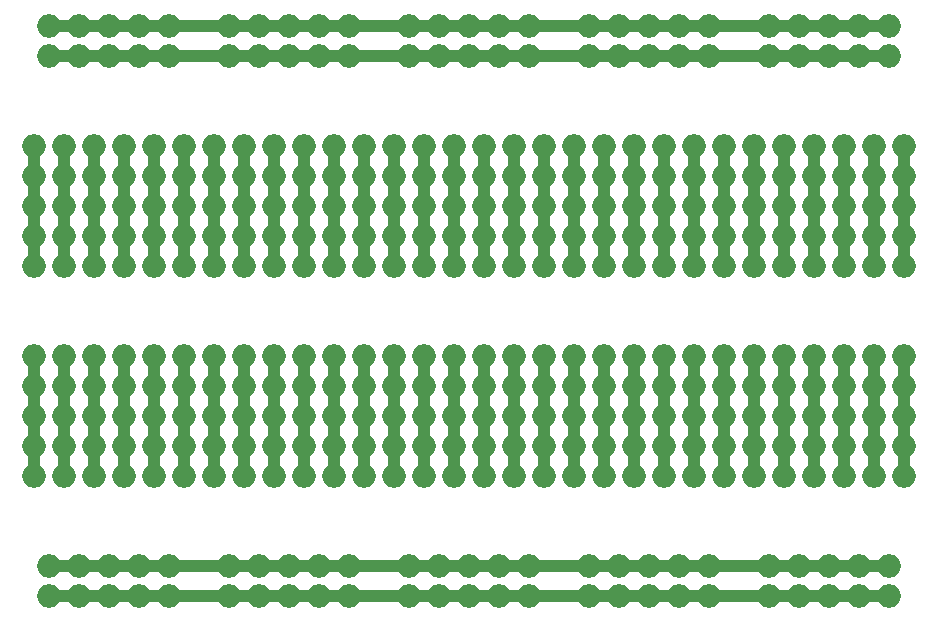
<source format=gbr>
G04 #@! TF.GenerationSoftware,KiCad,Pcbnew,(5.1.4)-1*
G04 #@! TF.CreationDate,2020-10-12T21:25:16+02:00*
G04 #@! TF.ProjectId,BreadBoard PCB 400,42726561-6442-46f6-9172-642050434220,rev?*
G04 #@! TF.SameCoordinates,Original*
G04 #@! TF.FileFunction,Copper,L1,Top*
G04 #@! TF.FilePolarity,Positive*
%FSLAX46Y46*%
G04 Gerber Fmt 4.6, Leading zero omitted, Abs format (unit mm)*
G04 Created by KiCad (PCBNEW (5.1.4)-1) date 2020-10-12 21:25:16*
%MOMM*%
%LPD*%
G04 APERTURE LIST*
%ADD10O,2.000000X2.000000*%
%ADD11C,1.000000*%
G04 APERTURE END LIST*
D10*
X115570000Y-129540000D03*
X118110000Y-129540000D03*
X120650000Y-129540000D03*
X123190000Y-129540000D03*
X125730000Y-129540000D03*
X125730000Y-132080000D03*
X123190000Y-132080000D03*
X120650000Y-132080000D03*
X118110000Y-132080000D03*
X115570000Y-132080000D03*
X95250000Y-132080000D03*
X92710000Y-132080000D03*
X90170000Y-132080000D03*
X87630000Y-132080000D03*
X85090000Y-132080000D03*
X85090000Y-129540000D03*
X87630000Y-129540000D03*
X90170000Y-129540000D03*
X92710000Y-129540000D03*
X95250000Y-129540000D03*
X100330000Y-132080000D03*
X102870000Y-132080000D03*
X105410000Y-132080000D03*
X107950000Y-132080000D03*
X110490000Y-132080000D03*
X110490000Y-129540000D03*
X107950000Y-129540000D03*
X105410000Y-129540000D03*
X102870000Y-129540000D03*
X100330000Y-129540000D03*
X54610000Y-129540000D03*
X57150000Y-129540000D03*
X59690000Y-129540000D03*
X62230000Y-129540000D03*
X64770000Y-129540000D03*
X64770000Y-132080000D03*
X62230000Y-132080000D03*
X59690000Y-132080000D03*
X57150000Y-132080000D03*
X54610000Y-132080000D03*
X80010000Y-129540000D03*
X77470000Y-129540000D03*
X74930000Y-129540000D03*
X72390000Y-129540000D03*
X69850000Y-129540000D03*
X69850000Y-132080000D03*
X72390000Y-132080000D03*
X74930000Y-132080000D03*
X77470000Y-132080000D03*
X80010000Y-132080000D03*
X115570000Y-86360000D03*
X118110000Y-86360000D03*
X120650000Y-86360000D03*
X123190000Y-86360000D03*
X125730000Y-86360000D03*
X125730000Y-83820000D03*
X123190000Y-83820000D03*
X120650000Y-83820000D03*
X118110000Y-83820000D03*
X115570000Y-83820000D03*
X110490000Y-86360000D03*
X107950000Y-86360000D03*
X105410000Y-86360000D03*
X102870000Y-86360000D03*
X100330000Y-86360000D03*
X100330000Y-83820000D03*
X102870000Y-83820000D03*
X105410000Y-83820000D03*
X107950000Y-83820000D03*
X110490000Y-83820000D03*
X95250000Y-83820000D03*
X92710000Y-83820000D03*
X90170000Y-83820000D03*
X87630000Y-83820000D03*
X85090000Y-83820000D03*
X85090000Y-86360000D03*
X87630000Y-86360000D03*
X90170000Y-86360000D03*
X92710000Y-86360000D03*
X95250000Y-86360000D03*
X69850000Y-83820000D03*
X72390000Y-83820000D03*
X74930000Y-83820000D03*
X77470000Y-83820000D03*
X80010000Y-83820000D03*
X80010000Y-86360000D03*
X77470000Y-86360000D03*
X74930000Y-86360000D03*
X72390000Y-86360000D03*
X69850000Y-86360000D03*
X54610000Y-86360000D03*
X57150000Y-86360000D03*
X59690000Y-86360000D03*
X62230000Y-86360000D03*
X64770000Y-86360000D03*
X64770000Y-83820000D03*
X62230000Y-83820000D03*
X59690000Y-83820000D03*
X57150000Y-83820000D03*
X54610000Y-83820000D03*
X127000000Y-111760000D03*
X127000000Y-114300000D03*
X127000000Y-116840000D03*
X127000000Y-119380000D03*
X127000000Y-121920000D03*
X58420000Y-121920000D03*
X58420000Y-119380000D03*
X58420000Y-116840000D03*
X58420000Y-114300000D03*
X58420000Y-111760000D03*
X60960000Y-111760000D03*
X60960000Y-114300000D03*
X60960000Y-116840000D03*
X60960000Y-119380000D03*
X60960000Y-121920000D03*
X55880000Y-111760000D03*
X55880000Y-114300000D03*
X55880000Y-116840000D03*
X55880000Y-119380000D03*
X55880000Y-121920000D03*
X53340000Y-121920000D03*
X53340000Y-119380000D03*
X53340000Y-116840000D03*
X53340000Y-114300000D03*
X53340000Y-111760000D03*
X106680000Y-121920000D03*
X106680000Y-119380000D03*
X106680000Y-116840000D03*
X106680000Y-114300000D03*
X106680000Y-111760000D03*
X124460000Y-121920000D03*
X124460000Y-119380000D03*
X124460000Y-116840000D03*
X124460000Y-114300000D03*
X124460000Y-111760000D03*
X99060000Y-121920000D03*
X99060000Y-119380000D03*
X99060000Y-116840000D03*
X99060000Y-114300000D03*
X99060000Y-111760000D03*
X121920000Y-121920000D03*
X121920000Y-119380000D03*
X121920000Y-116840000D03*
X121920000Y-114300000D03*
X121920000Y-111760000D03*
X101600000Y-121920000D03*
X101600000Y-119380000D03*
X101600000Y-116840000D03*
X101600000Y-114300000D03*
X101600000Y-111760000D03*
X119380000Y-121920000D03*
X119380000Y-119380000D03*
X119380000Y-116840000D03*
X119380000Y-114300000D03*
X119380000Y-111760000D03*
X116840000Y-121920000D03*
X116840000Y-119380000D03*
X116840000Y-116840000D03*
X116840000Y-114300000D03*
X116840000Y-111760000D03*
X114300000Y-121920000D03*
X114300000Y-119380000D03*
X114300000Y-116840000D03*
X114300000Y-114300000D03*
X114300000Y-111760000D03*
X96520000Y-121920000D03*
X96520000Y-119380000D03*
X96520000Y-116840000D03*
X96520000Y-114300000D03*
X96520000Y-111760000D03*
X111760000Y-121920000D03*
X111760000Y-119380000D03*
X111760000Y-116840000D03*
X111760000Y-114300000D03*
X111760000Y-111760000D03*
X109220000Y-121920000D03*
X109220000Y-119380000D03*
X109220000Y-116840000D03*
X109220000Y-114300000D03*
X109220000Y-111760000D03*
X104140000Y-121920000D03*
X104140000Y-119380000D03*
X104140000Y-116840000D03*
X104140000Y-114300000D03*
X104140000Y-111760000D03*
X93980000Y-121920000D03*
X93980000Y-119380000D03*
X93980000Y-116840000D03*
X93980000Y-114300000D03*
X93980000Y-111760000D03*
X91440000Y-121920000D03*
X91440000Y-119380000D03*
X91440000Y-116840000D03*
X91440000Y-114300000D03*
X91440000Y-111760000D03*
X86360000Y-121920000D03*
X86360000Y-119380000D03*
X86360000Y-116840000D03*
X86360000Y-114300000D03*
X86360000Y-111760000D03*
X83820000Y-121920000D03*
X83820000Y-119380000D03*
X83820000Y-116840000D03*
X83820000Y-114300000D03*
X83820000Y-111760000D03*
X81280000Y-121920000D03*
X81280000Y-119380000D03*
X81280000Y-116840000D03*
X81280000Y-114300000D03*
X81280000Y-111760000D03*
X78740000Y-121920000D03*
X78740000Y-119380000D03*
X78740000Y-116840000D03*
X78740000Y-114300000D03*
X78740000Y-111760000D03*
X76200000Y-121920000D03*
X76200000Y-119380000D03*
X76200000Y-116840000D03*
X76200000Y-114300000D03*
X76200000Y-111760000D03*
X73660000Y-121920000D03*
X73660000Y-119380000D03*
X73660000Y-116840000D03*
X73660000Y-114300000D03*
X73660000Y-111760000D03*
X68580000Y-121920000D03*
X68580000Y-119380000D03*
X68580000Y-116840000D03*
X68580000Y-114300000D03*
X68580000Y-111760000D03*
X66040000Y-121920000D03*
X66040000Y-119380000D03*
X66040000Y-116840000D03*
X66040000Y-114300000D03*
X66040000Y-111760000D03*
X71120000Y-121920000D03*
X71120000Y-119380000D03*
X71120000Y-116840000D03*
X71120000Y-114300000D03*
X71120000Y-111760000D03*
X88900000Y-121920000D03*
X88900000Y-119380000D03*
X88900000Y-116840000D03*
X88900000Y-114300000D03*
X88900000Y-111760000D03*
X63500000Y-121920000D03*
X63500000Y-119380000D03*
X63500000Y-116840000D03*
X63500000Y-114300000D03*
X63500000Y-111760000D03*
X127000000Y-104140000D03*
X127000000Y-101600000D03*
X127000000Y-99060000D03*
X127000000Y-96520000D03*
X127000000Y-93980000D03*
X124460000Y-93980000D03*
X124460000Y-96520000D03*
X124460000Y-99060000D03*
X124460000Y-101600000D03*
X124460000Y-104140000D03*
X121920000Y-93980000D03*
X121920000Y-96520000D03*
X121920000Y-99060000D03*
X121920000Y-101600000D03*
X121920000Y-104140000D03*
X119380000Y-93980000D03*
X119380000Y-96520000D03*
X119380000Y-99060000D03*
X119380000Y-101600000D03*
X119380000Y-104140000D03*
X116840000Y-93980000D03*
X116840000Y-96520000D03*
X116840000Y-99060000D03*
X116840000Y-101600000D03*
X116840000Y-104140000D03*
X114300000Y-93980000D03*
X114300000Y-96520000D03*
X114300000Y-99060000D03*
X114300000Y-101600000D03*
X114300000Y-104140000D03*
X111760000Y-93980000D03*
X111760000Y-96520000D03*
X111760000Y-99060000D03*
X111760000Y-101600000D03*
X111760000Y-104140000D03*
X109220000Y-93980000D03*
X109220000Y-96520000D03*
X109220000Y-99060000D03*
X109220000Y-101600000D03*
X109220000Y-104140000D03*
X106680000Y-93980000D03*
X106680000Y-96520000D03*
X106680000Y-99060000D03*
X106680000Y-101600000D03*
X106680000Y-104140000D03*
X104140000Y-93980000D03*
X104140000Y-96520000D03*
X104140000Y-99060000D03*
X104140000Y-101600000D03*
X104140000Y-104140000D03*
X101600000Y-93980000D03*
X101600000Y-96520000D03*
X101600000Y-99060000D03*
X101600000Y-101600000D03*
X101600000Y-104140000D03*
X99060000Y-93980000D03*
X99060000Y-96520000D03*
X99060000Y-99060000D03*
X99060000Y-101600000D03*
X99060000Y-104140000D03*
X96520000Y-93980000D03*
X96520000Y-96520000D03*
X96520000Y-99060000D03*
X96520000Y-101600000D03*
X96520000Y-104140000D03*
X93980000Y-93980000D03*
X93980000Y-96520000D03*
X93980000Y-99060000D03*
X93980000Y-101600000D03*
X93980000Y-104140000D03*
X91440000Y-93980000D03*
X91440000Y-96520000D03*
X91440000Y-99060000D03*
X91440000Y-101600000D03*
X91440000Y-104140000D03*
X88900000Y-93980000D03*
X88900000Y-96520000D03*
X88900000Y-99060000D03*
X88900000Y-101600000D03*
X88900000Y-104140000D03*
X86360000Y-93980000D03*
X86360000Y-96520000D03*
X86360000Y-99060000D03*
X86360000Y-101600000D03*
X86360000Y-104140000D03*
X83820000Y-93980000D03*
X83820000Y-96520000D03*
X83820000Y-99060000D03*
X83820000Y-101600000D03*
X83820000Y-104140000D03*
X81280000Y-93980000D03*
X81280000Y-96520000D03*
X81280000Y-99060000D03*
X81280000Y-101600000D03*
X81280000Y-104140000D03*
X78740000Y-93980000D03*
X78740000Y-96520000D03*
X78740000Y-99060000D03*
X78740000Y-101600000D03*
X78740000Y-104140000D03*
X76200000Y-93980000D03*
X76200000Y-96520000D03*
X76200000Y-99060000D03*
X76200000Y-101600000D03*
X76200000Y-104140000D03*
X73660000Y-93980000D03*
X73660000Y-96520000D03*
X73660000Y-99060000D03*
X73660000Y-101600000D03*
X73660000Y-104140000D03*
X71120000Y-93980000D03*
X71120000Y-96520000D03*
X71120000Y-99060000D03*
X71120000Y-101600000D03*
X71120000Y-104140000D03*
X68580000Y-93980000D03*
X68580000Y-96520000D03*
X68580000Y-99060000D03*
X68580000Y-101600000D03*
X68580000Y-104140000D03*
X66040000Y-93980000D03*
X66040000Y-96520000D03*
X66040000Y-99060000D03*
X66040000Y-101600000D03*
X66040000Y-104140000D03*
X63500000Y-93980000D03*
X63500000Y-96520000D03*
X63500000Y-99060000D03*
X63500000Y-101600000D03*
X63500000Y-104140000D03*
X60960000Y-104140000D03*
X60960000Y-101600000D03*
X60960000Y-99060000D03*
X60960000Y-96520000D03*
X60960000Y-93980000D03*
X58420000Y-93980000D03*
X58420000Y-96520000D03*
X58420000Y-99060000D03*
X58420000Y-101600000D03*
X58420000Y-104140000D03*
X55880000Y-104140000D03*
X55880000Y-101600000D03*
X55880000Y-99060000D03*
X55880000Y-96520000D03*
X55880000Y-93980000D03*
X53340000Y-93980000D03*
X53340000Y-96520000D03*
X53340000Y-99060000D03*
X53340000Y-101600000D03*
X53340000Y-104140000D03*
D11*
X53340000Y-93980000D02*
X53340000Y-104140000D01*
X54610000Y-83820000D02*
X125730000Y-83820000D01*
X125730000Y-86360000D02*
X54610000Y-86360000D01*
X55880000Y-93980000D02*
X55880000Y-104140000D01*
X58420000Y-93980000D02*
X58420000Y-104140000D01*
X60960000Y-93980000D02*
X60960000Y-104140000D01*
X63500000Y-93980000D02*
X63500000Y-104140000D01*
X66040000Y-93980000D02*
X66040000Y-104140000D01*
X68580000Y-93980000D02*
X68580000Y-104140000D01*
X71120000Y-93980000D02*
X71120000Y-104140000D01*
X73660000Y-93980000D02*
X73660000Y-104140000D01*
X76200000Y-93980000D02*
X76200000Y-104140000D01*
X78740000Y-93980000D02*
X78740000Y-104140000D01*
X81280000Y-93980000D02*
X81280000Y-104140000D01*
X83820000Y-93980000D02*
X83820000Y-104140000D01*
X86360000Y-93980000D02*
X86360000Y-104140000D01*
X88900000Y-93980000D02*
X88900000Y-104140000D01*
X91440000Y-93980000D02*
X91440000Y-104140000D01*
X93980000Y-93980000D02*
X93980000Y-104140000D01*
X96520000Y-93980000D02*
X96520000Y-104140000D01*
X99060000Y-93980000D02*
X99060000Y-104140000D01*
X101600000Y-93980000D02*
X101600000Y-104140000D01*
X104140000Y-93980000D02*
X104140000Y-104140000D01*
X106680000Y-93980000D02*
X106680000Y-104140000D01*
X109220000Y-93980000D02*
X109220000Y-104140000D01*
X111760000Y-93980000D02*
X111760000Y-104140000D01*
X114300000Y-93980000D02*
X114300000Y-104140000D01*
X116840000Y-93980000D02*
X116840000Y-104140000D01*
X119380000Y-93980000D02*
X119380000Y-104140000D01*
X121920000Y-93980000D02*
X121920000Y-104140000D01*
X124460000Y-93980000D02*
X124460000Y-104140000D01*
X127000000Y-93980000D02*
X127000000Y-104140000D01*
X58420000Y-111760000D02*
X58420000Y-121920000D01*
X60960000Y-111760000D02*
X60960000Y-121920000D01*
X55880000Y-111760000D02*
X55880000Y-121920000D01*
X127000000Y-111760000D02*
X127000000Y-121920000D01*
X53340000Y-111760000D02*
X53340000Y-121920000D01*
X96520000Y-111760000D02*
X96520000Y-121920000D01*
X101600000Y-111760000D02*
X101600000Y-121920000D01*
X68580000Y-111760000D02*
X68580000Y-121920000D01*
X119380000Y-111760000D02*
X119380000Y-121920000D01*
X63500000Y-111760000D02*
X63500000Y-121920000D01*
X91440000Y-111760000D02*
X91440000Y-121920000D01*
X106680000Y-111760000D02*
X106680000Y-121920000D01*
X109220000Y-111760000D02*
X109220000Y-121920000D01*
X99060000Y-111760000D02*
X99060000Y-121920000D01*
X88900000Y-111760000D02*
X88900000Y-121920000D01*
X66040000Y-111760000D02*
X66040000Y-121920000D01*
X104140000Y-111760000D02*
X104140000Y-121920000D01*
X71120000Y-111760000D02*
X71120000Y-121920000D01*
X76200000Y-111760000D02*
X76200000Y-121920000D01*
X83820000Y-111760000D02*
X83820000Y-121920000D01*
X86360000Y-111760000D02*
X86360000Y-121920000D01*
X111760000Y-111760000D02*
X111760000Y-121920000D01*
X114300000Y-111760000D02*
X114300000Y-121920000D01*
X121920000Y-111760000D02*
X121920000Y-121920000D01*
X124460000Y-111760000D02*
X124460000Y-121920000D01*
X93980000Y-111760000D02*
X93980000Y-121920000D01*
X73660000Y-111760000D02*
X73660000Y-121920000D01*
X116840000Y-111760000D02*
X116840000Y-121920000D01*
X78740000Y-111760000D02*
X78740000Y-121920000D01*
X81280000Y-111760000D02*
X81280000Y-121920000D01*
X54610000Y-129540000D02*
X125730000Y-129540000D01*
X125730000Y-132080000D02*
X54610000Y-132080000D01*
M02*

</source>
